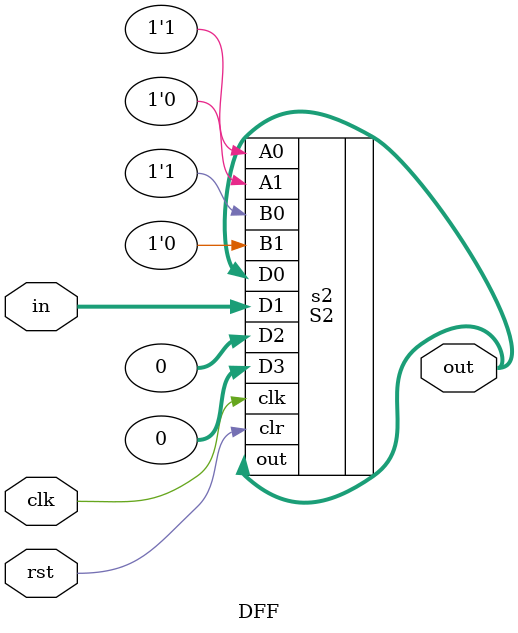
<source format=v>
module DFF (clk, rst, in, out);
    parameter N = 5;
    input clk, rst;
    input [N - 1 : 0] in;
    output [N - 1 : 0] out;
    S2 #(N) s2(.D0(out), .D1(in), .D2(0), .D3(0), .A1(1'b0), .B1(1'b0), .A0(1'b1), .B0(1'b1), .clr(rst), .clk(clk), .out(out));
endmodule
</source>
